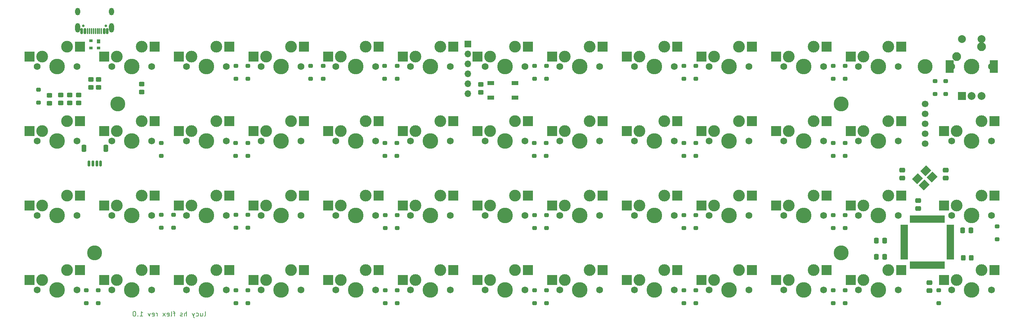
<source format=gbs>
G04 #@! TF.GenerationSoftware,KiCad,Pcbnew,(6.0.5-0)*
G04 #@! TF.CreationDate,2022-06-11T09:38:02-05:00*
G04 #@! TF.ProjectId,pcb,7063622e-6b69-4636-9164-5f7063625858,rev?*
G04 #@! TF.SameCoordinates,Original*
G04 #@! TF.FileFunction,Soldermask,Bot*
G04 #@! TF.FilePolarity,Negative*
%FSLAX46Y46*%
G04 Gerber Fmt 4.6, Leading zero omitted, Abs format (unit mm)*
G04 Created by KiCad (PCBNEW (6.0.5-0)) date 2022-06-11 09:38:02*
%MOMM*%
%LPD*%
G01*
G04 APERTURE LIST*
G04 Aperture macros list*
%AMRoundRect*
0 Rectangle with rounded corners*
0 $1 Rounding radius*
0 $2 $3 $4 $5 $6 $7 $8 $9 X,Y pos of 4 corners*
0 Add a 4 corners polygon primitive as box body*
4,1,4,$2,$3,$4,$5,$6,$7,$8,$9,$2,$3,0*
0 Add four circle primitives for the rounded corners*
1,1,$1+$1,$2,$3*
1,1,$1+$1,$4,$5*
1,1,$1+$1,$6,$7*
1,1,$1+$1,$8,$9*
0 Add four rect primitives between the rounded corners*
20,1,$1+$1,$2,$3,$4,$5,0*
20,1,$1+$1,$4,$5,$6,$7,0*
20,1,$1+$1,$6,$7,$8,$9,0*
20,1,$1+$1,$8,$9,$2,$3,0*%
%AMRotRect*
0 Rectangle, with rotation*
0 The origin of the aperture is its center*
0 $1 length*
0 $2 width*
0 $3 Rotation angle, in degrees counterclockwise*
0 Add horizontal line*
21,1,$1,$2,0,0,$3*%
G04 Aperture macros list end*
%ADD10C,0.200000*%
%ADD11C,3.000000*%
%ADD12C,1.750000*%
%ADD13C,3.987800*%
%ADD14R,2.550000X2.500000*%
%ADD15R,2.000000X2.000000*%
%ADD16C,2.000000*%
%ADD17R,2.000000X3.200000*%
%ADD18C,3.800000*%
%ADD19C,2.250000*%
%ADD20RoundRect,0.250000X-0.475000X0.337500X-0.475000X-0.337500X0.475000X-0.337500X0.475000X0.337500X0*%
%ADD21RoundRect,0.250000X0.350000X-0.250000X0.350000X0.250000X-0.350000X0.250000X-0.350000X-0.250000X0*%
%ADD22O,1.700000X1.700000*%
%ADD23R,1.700000X1.700000*%
%ADD24R,1.800000X1.100000*%
%ADD25RoundRect,0.200000X-0.750000X-0.250000X0.750000X-0.250000X0.750000X0.250000X-0.750000X0.250000X0*%
%ADD26RoundRect,0.200000X-0.250000X-0.750000X0.250000X-0.750000X0.250000X0.750000X-0.250000X0.750000X0*%
%ADD27RoundRect,0.250000X0.475000X-0.337500X0.475000X0.337500X-0.475000X0.337500X-0.475000X-0.337500X0*%
%ADD28RotRect,2.100000X1.800000X45.000000*%
%ADD29RoundRect,0.249999X0.450001X-0.325001X0.450001X0.325001X-0.450001X0.325001X-0.450001X-0.325001X0*%
%ADD30C,0.650000*%
%ADD31RoundRect,0.150000X-0.150000X-0.575000X0.150000X-0.575000X0.150000X0.575000X-0.150000X0.575000X0*%
%ADD32RoundRect,0.075000X-0.075000X-0.650000X0.075000X-0.650000X0.075000X0.650000X-0.075000X0.650000X0*%
%ADD33O,1.300000X2.400000*%
%ADD34O,1.300000X1.900000*%
%ADD35RoundRect,0.249999X-0.450001X0.325001X-0.450001X-0.325001X0.450001X-0.325001X0.450001X0.325001X0*%
%ADD36RoundRect,0.250000X-0.337500X-0.475000X0.337500X-0.475000X0.337500X0.475000X-0.337500X0.475000X0*%
%ADD37RoundRect,0.250000X0.337500X0.475000X-0.337500X0.475000X-0.337500X-0.475000X0.337500X-0.475000X0*%
%ADD38RoundRect,0.249999X0.325001X0.450001X-0.325001X0.450001X-0.325001X-0.450001X0.325001X-0.450001X0*%
%ADD39RoundRect,0.050000X-0.350000X0.500000X-0.350000X-0.500000X0.350000X-0.500000X0.350000X0.500000X0*%
%ADD40RoundRect,0.050000X-0.350000X0.300000X-0.350000X-0.300000X0.350000X-0.300000X0.350000X0.300000X0*%
%ADD41C,1.700000*%
%ADD42RoundRect,0.150000X-0.150000X-0.625000X0.150000X-0.625000X0.150000X0.625000X-0.150000X0.625000X0*%
%ADD43RoundRect,0.250000X-0.350000X-0.650000X0.350000X-0.650000X0.350000X0.650000X-0.350000X0.650000X0*%
G04 APERTURE END LIST*
D10*
X124500737Y-117065476D02*
X124619784Y-117005952D01*
X124679308Y-116886904D01*
X124679308Y-115815476D01*
X123488832Y-116232142D02*
X123488832Y-117065476D01*
X124024546Y-116232142D02*
X124024546Y-116886904D01*
X123965022Y-117005952D01*
X123845975Y-117065476D01*
X123667403Y-117065476D01*
X123548356Y-117005952D01*
X123488832Y-116946428D01*
X122357880Y-117005952D02*
X122476927Y-117065476D01*
X122715022Y-117065476D01*
X122834070Y-117005952D01*
X122893594Y-116946428D01*
X122953118Y-116827380D01*
X122953118Y-116470238D01*
X122893594Y-116351190D01*
X122834070Y-116291666D01*
X122715022Y-116232142D01*
X122476927Y-116232142D01*
X122357880Y-116291666D01*
X121941213Y-116232142D02*
X121643594Y-117065476D01*
X121345975Y-116232142D02*
X121643594Y-117065476D01*
X121762641Y-117363095D01*
X121822165Y-117422619D01*
X121941213Y-117482142D01*
X119917403Y-117065476D02*
X119917403Y-115815476D01*
X119381689Y-117065476D02*
X119381689Y-116410714D01*
X119441213Y-116291666D01*
X119560260Y-116232142D01*
X119738832Y-116232142D01*
X119857880Y-116291666D01*
X119917403Y-116351190D01*
X118845975Y-117005952D02*
X118726927Y-117065476D01*
X118488832Y-117065476D01*
X118369784Y-117005952D01*
X118310260Y-116886904D01*
X118310260Y-116827380D01*
X118369784Y-116708333D01*
X118488832Y-116648809D01*
X118667403Y-116648809D01*
X118786451Y-116589285D01*
X118845975Y-116470238D01*
X118845975Y-116410714D01*
X118786451Y-116291666D01*
X118667403Y-116232142D01*
X118488832Y-116232142D01*
X118369784Y-116291666D01*
X117000737Y-116232142D02*
X116524546Y-116232142D01*
X116822165Y-117065476D02*
X116822165Y-115994047D01*
X116762641Y-115875000D01*
X116643594Y-115815476D01*
X116524546Y-115815476D01*
X115929308Y-117065476D02*
X116048356Y-117005952D01*
X116107880Y-116886904D01*
X116107880Y-115815476D01*
X114976927Y-117005952D02*
X115095975Y-117065476D01*
X115334070Y-117065476D01*
X115453118Y-117005952D01*
X115512641Y-116886904D01*
X115512641Y-116410714D01*
X115453118Y-116291666D01*
X115334070Y-116232142D01*
X115095975Y-116232142D01*
X114976927Y-116291666D01*
X114917403Y-116410714D01*
X114917403Y-116529761D01*
X115512641Y-116648809D01*
X114500737Y-117065476D02*
X113845975Y-116232142D01*
X114500737Y-116232142D02*
X113845975Y-117065476D01*
X112417403Y-117065476D02*
X112417403Y-116232142D01*
X112417403Y-116470238D02*
X112357880Y-116351190D01*
X112298356Y-116291666D01*
X112179308Y-116232142D01*
X112060260Y-116232142D01*
X111167403Y-117005952D02*
X111286451Y-117065476D01*
X111524546Y-117065476D01*
X111643594Y-117005952D01*
X111703118Y-116886904D01*
X111703118Y-116410714D01*
X111643594Y-116291666D01*
X111524546Y-116232142D01*
X111286451Y-116232142D01*
X111167403Y-116291666D01*
X111107880Y-116410714D01*
X111107880Y-116529761D01*
X111703118Y-116648809D01*
X110691213Y-116232142D02*
X110393594Y-117065476D01*
X110095975Y-116232142D01*
X108012641Y-117065476D02*
X108726927Y-117065476D01*
X108369784Y-117065476D02*
X108369784Y-115815476D01*
X108488832Y-115994047D01*
X108607880Y-116113095D01*
X108726927Y-116172619D01*
X107476927Y-116946428D02*
X107417403Y-117005952D01*
X107476927Y-117065476D01*
X107536451Y-117005952D01*
X107476927Y-116946428D01*
X107476927Y-117065476D01*
X106643594Y-115815476D02*
X106524546Y-115815476D01*
X106405499Y-115875000D01*
X106345975Y-115934523D01*
X106286451Y-116053571D01*
X106226927Y-116291666D01*
X106226927Y-116589285D01*
X106286451Y-116827380D01*
X106345975Y-116946428D01*
X106405499Y-117005952D01*
X106524546Y-117065476D01*
X106643594Y-117065476D01*
X106762641Y-117005952D01*
X106822165Y-116946428D01*
X106881689Y-116827380D01*
X106941213Y-116589285D01*
X106941213Y-116291666D01*
X106881689Y-116053571D01*
X106822165Y-115934523D01*
X106762641Y-115875000D01*
X106643594Y-115815476D01*
D11*
X121180225Y-50653950D03*
D12*
X119910225Y-53193950D03*
D13*
X124990225Y-53193950D03*
D11*
X127530225Y-48113950D03*
D12*
X130070225Y-53193950D03*
D14*
X117905225Y-50653950D03*
X130832225Y-48113950D03*
D12*
X206270225Y-53193950D03*
D11*
X203730225Y-48113950D03*
X197380225Y-50653950D03*
D12*
X196110225Y-53193950D03*
D13*
X201190225Y-53193950D03*
D14*
X194105225Y-50653950D03*
X207032225Y-48113950D03*
D12*
X187220225Y-53193950D03*
D11*
X178330225Y-50653950D03*
X184680225Y-48113950D03*
D12*
X177060225Y-53193950D03*
D13*
X182140225Y-53193950D03*
D14*
X175055225Y-50653950D03*
X187982225Y-48113950D03*
D12*
X168170225Y-53193950D03*
D13*
X163090225Y-53193950D03*
D11*
X165630225Y-48113950D03*
X159280225Y-50653950D03*
D12*
X158010225Y-53193950D03*
D14*
X156005225Y-50653950D03*
X168932225Y-48113950D03*
D12*
X81810225Y-53193950D03*
D13*
X86890225Y-53193950D03*
D11*
X83080225Y-50653950D03*
X89430225Y-48113950D03*
D12*
X91970225Y-53193950D03*
D14*
X79805225Y-50653950D03*
X92732225Y-48113950D03*
D12*
X225320225Y-53193950D03*
D11*
X222780225Y-48113950D03*
D13*
X220240225Y-53193950D03*
D12*
X215160225Y-53193950D03*
D11*
X216430225Y-50653950D03*
D14*
X213155225Y-50653950D03*
X226082225Y-48113950D03*
D12*
X244370225Y-53193950D03*
D11*
X235480225Y-50653950D03*
X241830225Y-48113950D03*
D12*
X234210225Y-53193950D03*
D13*
X239290225Y-53193950D03*
D14*
X232205225Y-50653950D03*
X245132225Y-48113950D03*
D12*
X91970225Y-72243950D03*
D13*
X86890225Y-72243950D03*
D11*
X83080225Y-69703950D03*
D12*
X81810225Y-72243950D03*
D11*
X89430225Y-67163950D03*
D14*
X79805225Y-69703950D03*
X92732225Y-67163950D03*
D12*
X111020225Y-72243950D03*
D11*
X102130225Y-69703950D03*
D12*
X100860225Y-72243950D03*
D11*
X108480225Y-67163950D03*
D13*
X105940225Y-72243950D03*
D14*
X98855225Y-69703950D03*
X111782225Y-67163950D03*
D13*
X144045399Y-72243950D03*
D11*
X146585399Y-67163950D03*
D12*
X138965399Y-72243950D03*
X149125399Y-72243950D03*
D11*
X140235399Y-69703950D03*
D14*
X136960399Y-69703950D03*
X149887399Y-67163950D03*
D11*
X273580225Y-50653950D03*
D13*
X277390225Y-53193950D03*
D11*
X279930225Y-48113950D03*
D12*
X272310225Y-53193950D03*
X282470225Y-53193950D03*
D14*
X270305225Y-50653950D03*
X283232225Y-48113950D03*
D11*
X165630225Y-67163950D03*
X159280225Y-69703950D03*
D12*
X168170225Y-72243950D03*
X158010225Y-72243950D03*
D13*
X163090225Y-72243950D03*
D14*
X156005225Y-69703950D03*
X168932225Y-67163950D03*
D12*
X187220225Y-72243950D03*
D13*
X182140225Y-72243950D03*
D12*
X177060225Y-72243950D03*
D11*
X184680225Y-67163950D03*
X178330225Y-69703950D03*
D14*
X175055225Y-69703950D03*
X187982225Y-67163950D03*
D12*
X196110225Y-72243950D03*
D13*
X201190225Y-72243950D03*
D11*
X203730225Y-67163950D03*
D12*
X206270225Y-72243950D03*
D11*
X197380225Y-69703950D03*
D14*
X194105225Y-69703950D03*
X207032225Y-67163950D03*
D12*
X111020225Y-110343950D03*
D13*
X105940225Y-110343950D03*
D12*
X100860225Y-110343950D03*
D11*
X108480225Y-105263950D03*
X102130225Y-107803950D03*
D14*
X98855225Y-107803950D03*
X111782225Y-105263950D03*
D12*
X119910225Y-110343950D03*
D11*
X127530225Y-105263950D03*
D12*
X130070225Y-110343950D03*
D13*
X124990225Y-110343950D03*
D11*
X121180225Y-107803950D03*
D14*
X117905225Y-107803950D03*
X130832225Y-105263950D03*
D11*
X140230225Y-107803950D03*
X146580225Y-105263950D03*
D13*
X144040225Y-110343950D03*
D12*
X149120225Y-110343950D03*
X138960225Y-110343950D03*
D14*
X136955225Y-107803950D03*
X149882225Y-105263950D03*
D11*
X159280225Y-107803950D03*
D12*
X168170225Y-110343950D03*
D11*
X165630225Y-105263950D03*
D12*
X158010225Y-110343950D03*
D13*
X163090225Y-110343950D03*
D14*
X156005225Y-107803950D03*
X168932225Y-105263950D03*
D13*
X182140225Y-110343950D03*
D12*
X187220225Y-110343950D03*
D11*
X178330225Y-107803950D03*
X184680225Y-105263950D03*
D12*
X177060225Y-110343950D03*
D14*
X175055225Y-107803950D03*
X187982225Y-105263950D03*
D13*
X220240225Y-110343950D03*
D12*
X225320225Y-110343950D03*
D11*
X222780225Y-105263950D03*
D12*
X215160225Y-110343950D03*
D11*
X216430225Y-107803950D03*
D14*
X213155225Y-107803950D03*
X226082225Y-105263950D03*
D11*
X241830225Y-105263950D03*
X235480225Y-107803950D03*
D12*
X244370225Y-110343950D03*
X234210225Y-110343950D03*
D13*
X239290225Y-110343950D03*
D14*
X232205225Y-107803950D03*
X245132225Y-105263950D03*
D12*
X253260225Y-110343950D03*
D11*
X254530225Y-107803950D03*
X260880225Y-105263950D03*
D12*
X263420225Y-110343950D03*
D13*
X258340225Y-110343950D03*
D14*
X251255225Y-107803950D03*
X264182225Y-105263950D03*
D11*
X279930225Y-105263950D03*
D13*
X277390225Y-110343950D03*
D12*
X282470225Y-110343950D03*
X272310225Y-110343950D03*
D11*
X273580225Y-107803950D03*
D14*
X270305225Y-107803950D03*
X283232225Y-105263950D03*
D12*
X196110225Y-110343950D03*
X206270225Y-110343950D03*
D11*
X203730225Y-105263950D03*
D13*
X201190225Y-110343950D03*
D11*
X197380225Y-107803950D03*
D14*
X194105225Y-107803950D03*
X207032225Y-105263950D03*
D11*
X279930225Y-86213950D03*
D13*
X277390225Y-91293950D03*
D11*
X273580225Y-88753950D03*
D12*
X272310225Y-91293950D03*
X282470225Y-91293950D03*
D14*
X270305225Y-88753950D03*
X283232225Y-86213950D03*
D12*
X253260225Y-91293950D03*
D11*
X260880225Y-86213950D03*
D13*
X258340225Y-91293950D03*
D11*
X254530225Y-88753950D03*
D12*
X263420225Y-91293950D03*
D14*
X251255225Y-88753950D03*
X264182225Y-86213950D03*
D11*
X216430225Y-88753950D03*
D12*
X215160225Y-91293950D03*
D11*
X222780225Y-86213950D03*
D12*
X225320225Y-91293950D03*
D13*
X220240225Y-91293950D03*
D14*
X213155225Y-88753950D03*
X226082225Y-86213950D03*
D12*
X187220225Y-91293950D03*
X177060225Y-91293950D03*
D13*
X182140225Y-91293950D03*
D11*
X184680225Y-86213950D03*
X178330225Y-88753950D03*
D14*
X175055225Y-88753950D03*
X187982225Y-86213950D03*
D12*
X138960225Y-91293950D03*
D11*
X146580225Y-86213950D03*
D12*
X149120225Y-91293950D03*
D13*
X144040225Y-91293950D03*
D11*
X140230225Y-88753950D03*
D14*
X136955225Y-88753950D03*
X149882225Y-86213950D03*
D11*
X83080225Y-88753950D03*
X89430225Y-86213950D03*
D12*
X91970225Y-91293950D03*
X81810225Y-91293950D03*
D13*
X86890225Y-91293950D03*
D14*
X79805225Y-88753950D03*
X92732225Y-86213950D03*
D12*
X158010225Y-91293950D03*
D11*
X159280225Y-88753950D03*
X165630225Y-86213950D03*
D12*
X168170225Y-91293950D03*
D13*
X163090225Y-91293950D03*
D14*
X156005225Y-88753950D03*
X168932225Y-86213950D03*
D11*
X298980225Y-67163950D03*
D12*
X301520225Y-72243950D03*
D11*
X292630225Y-69703950D03*
D12*
X291360225Y-72243950D03*
D13*
X296440225Y-72243950D03*
D14*
X289355225Y-69703950D03*
X302282225Y-67163950D03*
D11*
X127530225Y-86213950D03*
D12*
X130070225Y-91293950D03*
D11*
X121180225Y-88753950D03*
D12*
X119910225Y-91293950D03*
D13*
X124990225Y-91293950D03*
D14*
X117905225Y-88753950D03*
X130832225Y-86213950D03*
D13*
X105940225Y-91293950D03*
D12*
X111020225Y-91293950D03*
D11*
X108480225Y-86213950D03*
X102130225Y-88753950D03*
D12*
X100860225Y-91293950D03*
D14*
X98855225Y-88753950D03*
X111782225Y-86213950D03*
D12*
X263420225Y-72243950D03*
D11*
X260880225Y-67163950D03*
D13*
X258340225Y-72243950D03*
D11*
X254530225Y-69703950D03*
D12*
X253260225Y-72243950D03*
D14*
X251255225Y-69703950D03*
X264182225Y-67163950D03*
D12*
X234210225Y-72243950D03*
D11*
X241830225Y-67163950D03*
D13*
X239290225Y-72243950D03*
D11*
X235480225Y-69703950D03*
D12*
X244370225Y-72243950D03*
D14*
X232205225Y-69703950D03*
X245132225Y-67163950D03*
D11*
X273580225Y-69703950D03*
D13*
X277390225Y-72243950D03*
D12*
X282470225Y-72243950D03*
D11*
X279930225Y-67163950D03*
D12*
X272310225Y-72243950D03*
D14*
X270305225Y-69703950D03*
X283232225Y-67163950D03*
D11*
X298980225Y-105263950D03*
D12*
X291360225Y-110343950D03*
D13*
X296440225Y-110343950D03*
D12*
X301520225Y-110343950D03*
D11*
X292630225Y-107803950D03*
D14*
X289355225Y-107803950D03*
X302282225Y-105263950D03*
D11*
X298980225Y-86213950D03*
X292630225Y-88753950D03*
D13*
X296440225Y-91293950D03*
D12*
X301520225Y-91293950D03*
X291360225Y-91293950D03*
D14*
X289355225Y-88753950D03*
X302282225Y-86213950D03*
D11*
X292630225Y-50653950D03*
D13*
X296440225Y-53193950D03*
D12*
X301520225Y-53193950D03*
X291360225Y-53193950D03*
D11*
X298980225Y-48113950D03*
D14*
X289355225Y-50653950D03*
X302282225Y-48113950D03*
D15*
X317752725Y-60693950D03*
D16*
X322752725Y-60693950D03*
X320252725Y-60693950D03*
D17*
X314652725Y-53193950D03*
X325852725Y-53193950D03*
D16*
X322752725Y-46193950D03*
X317752725Y-46193950D03*
D11*
X108480225Y-48113950D03*
X102130225Y-50653950D03*
D12*
X111020225Y-53193950D03*
X100860225Y-53193950D03*
D13*
X105940225Y-53193950D03*
D14*
X98855225Y-50653950D03*
X111782225Y-48113950D03*
D13*
X144040225Y-53193950D03*
D12*
X149120225Y-53193950D03*
D11*
X140230225Y-50653950D03*
D12*
X138960225Y-53193950D03*
D11*
X146580225Y-48113950D03*
D14*
X136955225Y-50653950D03*
X149882225Y-48113950D03*
D13*
X320252785Y-110344230D03*
D11*
X322792785Y-105264230D03*
D12*
X315172785Y-110344230D03*
X325332785Y-110344230D03*
D11*
X316442785Y-107804230D03*
D14*
X313167785Y-107804230D03*
X326094785Y-105264230D03*
D12*
X315172785Y-72244070D03*
D11*
X316442785Y-69704070D03*
X322792785Y-67164070D03*
D12*
X325332785Y-72244070D03*
D13*
X320252785Y-72244070D03*
D14*
X313167785Y-69704070D03*
X326094785Y-67164070D03*
D11*
X316442785Y-88754150D03*
X322792785Y-86214150D03*
D12*
X325332785Y-91294150D03*
D13*
X320252785Y-91294150D03*
D12*
X315172785Y-91294150D03*
D14*
X313167785Y-88754150D03*
X326094785Y-86214150D03*
D13*
X201190225Y-91293950D03*
D11*
X203730225Y-86213950D03*
D12*
X206270225Y-91293950D03*
X196110225Y-91293950D03*
D11*
X197380225Y-88753950D03*
D14*
X194105225Y-88753950D03*
X207032225Y-86213950D03*
D11*
X241830225Y-86213950D03*
D12*
X244370225Y-91293950D03*
D13*
X239290225Y-91293950D03*
D12*
X234210225Y-91293950D03*
D11*
X235480225Y-88753950D03*
D14*
X232205225Y-88753950D03*
X245132225Y-86213950D03*
D12*
X91970225Y-110343950D03*
D11*
X89430225Y-105263950D03*
D12*
X81810225Y-110343950D03*
D11*
X83080225Y-107803950D03*
D13*
X86890225Y-110343950D03*
D14*
X79805225Y-107803950D03*
X92732225Y-105263950D03*
D11*
X254530225Y-50653950D03*
X260880225Y-48113950D03*
D12*
X253260225Y-53193950D03*
D13*
X258340225Y-53193950D03*
D12*
X263420225Y-53193950D03*
D14*
X251255225Y-50653950D03*
X264182225Y-48113950D03*
D11*
X121180225Y-69703950D03*
X127530225Y-67163950D03*
D12*
X119910225Y-72243950D03*
D13*
X124990225Y-72243950D03*
D12*
X130070225Y-72243950D03*
D14*
X117905225Y-69703950D03*
X130832225Y-67163950D03*
D12*
X215160225Y-72243950D03*
D13*
X220240225Y-72243950D03*
D11*
X222780225Y-67163950D03*
D12*
X225320225Y-72243950D03*
D11*
X216430225Y-69703950D03*
D14*
X213155225Y-69703950D03*
X226082225Y-67163950D03*
D18*
X308346661Y-53193950D03*
X286915393Y-62718958D03*
X286915393Y-100818990D03*
X96415233Y-100818990D03*
X102368363Y-62718958D03*
D12*
X325332725Y-53193950D03*
D13*
X320252725Y-53193950D03*
D12*
X315172725Y-53193950D03*
D19*
X316442725Y-50653950D03*
X322792725Y-48113950D03*
D20*
X309490225Y-108456450D03*
X309490225Y-110531450D03*
D21*
X116590225Y-94443950D03*
X116590225Y-91143950D03*
X208590225Y-76043950D03*
X208590225Y-72743950D03*
X170490225Y-76043950D03*
X170490225Y-72743950D03*
X135581415Y-76043950D03*
X135581415Y-72743950D03*
X113490225Y-76043950D03*
X113490225Y-72743950D03*
X284890625Y-56306250D03*
X284890625Y-53006250D03*
X249881415Y-56306250D03*
X249881415Y-53006250D03*
X211781415Y-56306250D03*
X211781415Y-53006250D03*
X208681415Y-56306250D03*
X208681415Y-53006250D03*
X173651789Y-56333377D03*
X173651789Y-53033377D03*
X170476789Y-56333377D03*
X170476789Y-53033377D03*
X154751789Y-56306250D03*
X154751789Y-53006250D03*
X287990625Y-113750000D03*
X287990625Y-110450000D03*
X284890625Y-113750000D03*
X284890625Y-110450000D03*
X249890625Y-113713123D03*
X249890625Y-110413123D03*
X246790625Y-113706250D03*
X246790625Y-110406250D03*
X211783999Y-113706250D03*
X211783999Y-110406250D03*
X208700000Y-113706250D03*
X208700000Y-110406250D03*
X211790625Y-94506250D03*
X211790625Y-91206250D03*
X284890625Y-76043950D03*
X284890625Y-72743950D03*
X208690625Y-94506250D03*
X208690625Y-91206250D03*
X170585999Y-94506250D03*
X170585999Y-91206250D03*
X132490225Y-94443950D03*
X132490225Y-91143950D03*
X287990625Y-76043950D03*
X287990625Y-72743950D03*
X284890625Y-94506250D03*
X284890625Y-91206250D03*
X249890625Y-94506250D03*
X249890625Y-91206250D03*
X246790625Y-94506250D03*
X246790625Y-91206250D03*
X173690625Y-113706250D03*
X173690625Y-110406250D03*
X151576789Y-56306250D03*
X151576789Y-53006250D03*
X211690225Y-76043950D03*
X211690225Y-72743950D03*
D22*
X191665313Y-60143950D03*
X191665313Y-49983950D03*
X191665313Y-55063950D03*
X191665313Y-57603950D03*
X191665313Y-52523950D03*
D23*
X191665313Y-47443950D03*
D21*
X287990625Y-56306250D03*
X287990625Y-53006250D03*
X311790625Y-113750000D03*
X311790625Y-110450000D03*
X313590225Y-60243950D03*
X313590225Y-56943950D03*
X326690225Y-97343950D03*
X326690225Y-94043950D03*
D24*
X203690225Y-57443950D03*
X197490225Y-61143950D03*
X203690225Y-61143950D03*
X197490225Y-57443950D03*
D25*
X302990225Y-102093950D03*
X302990225Y-101293950D03*
X302990225Y-100493950D03*
X302990225Y-99693950D03*
X302990225Y-98893950D03*
X302990225Y-98093950D03*
X302990225Y-97293950D03*
X302990225Y-96493950D03*
X302990225Y-95693950D03*
X302990225Y-94893950D03*
X302990225Y-94093950D03*
D26*
X304890225Y-92193950D03*
X305690225Y-92193950D03*
X306490225Y-92193950D03*
X307290225Y-92193950D03*
X308090225Y-92193950D03*
X308890225Y-92193950D03*
X309690225Y-92193950D03*
X310490225Y-92193950D03*
X311290225Y-92193950D03*
X312090225Y-92193950D03*
X312890225Y-92193950D03*
D25*
X314790225Y-94093950D03*
X314790225Y-94893950D03*
X314790225Y-95693950D03*
X314790225Y-96493950D03*
X314790225Y-97293950D03*
X314790225Y-98093950D03*
X314790225Y-98893950D03*
X314790225Y-99693950D03*
X314790225Y-100493950D03*
X314790225Y-101293950D03*
X314790225Y-102093950D03*
D26*
X312890225Y-103993950D03*
X312090225Y-103993950D03*
X311290225Y-103993950D03*
X310490225Y-103993950D03*
X309690225Y-103993950D03*
X308890225Y-103993950D03*
X308090225Y-103993950D03*
X307290225Y-103993950D03*
X306490225Y-103993950D03*
X305690225Y-103993950D03*
X304890225Y-103993950D03*
D27*
X306590225Y-89531450D03*
X306590225Y-87456450D03*
X313590225Y-81731450D03*
X313590225Y-79656450D03*
X302490225Y-81731450D03*
X302490225Y-79656450D03*
D28*
X306451747Y-81906082D03*
X308502357Y-79855472D03*
X310128703Y-81481818D03*
X308078093Y-83532428D03*
D29*
X92390225Y-62518950D03*
X92390225Y-60468950D03*
D30*
X93525217Y-42765450D03*
X99305217Y-42765450D03*
D31*
X93165217Y-44091450D03*
X93965217Y-44091450D03*
D32*
X95165217Y-44091450D03*
X96161217Y-44091450D03*
X96665217Y-44091450D03*
X97665217Y-44091450D03*
D31*
X99665217Y-44091450D03*
X98865217Y-44091450D03*
D32*
X98165217Y-44091450D03*
X97165217Y-44091450D03*
X95665217Y-44091450D03*
X94665217Y-44091450D03*
D33*
X100715217Y-43316450D03*
D34*
X100715217Y-39116450D03*
X92115217Y-39116450D03*
D33*
X92115217Y-43316450D03*
D29*
X97490625Y-58518950D03*
X97490625Y-56468950D03*
X84940225Y-62568950D03*
X84940225Y-60518950D03*
D35*
X90090225Y-60468950D03*
X90090225Y-62518950D03*
D29*
X87790225Y-62518950D03*
X87790225Y-60468950D03*
D21*
X135590625Y-113706250D03*
X135590625Y-110406250D03*
X132490625Y-113713123D03*
X132490625Y-110413123D03*
D36*
X317952725Y-95093950D03*
X320027725Y-95093950D03*
D29*
X95490625Y-58518950D03*
X95490625Y-56468950D03*
D37*
X298027725Y-101893950D03*
X295952725Y-101893950D03*
X298027725Y-97693950D03*
X295952725Y-97693950D03*
D38*
X320115225Y-102093950D03*
X318065225Y-102093950D03*
D21*
X82090225Y-62443950D03*
X82090225Y-59143950D03*
X94290225Y-113743950D03*
X94290225Y-110443950D03*
X97390225Y-113743950D03*
X97390225Y-110443950D03*
X170590625Y-113706250D03*
X170590625Y-110406250D03*
X135590225Y-94443950D03*
X135590225Y-91143950D03*
X173650000Y-94506250D03*
X173650000Y-91206250D03*
X287990625Y-94506250D03*
X287990625Y-91206250D03*
X113490225Y-94443950D03*
X113490225Y-91143950D03*
X135581415Y-56306250D03*
X135581415Y-53006250D03*
X310890225Y-60243950D03*
X310890225Y-56943950D03*
X246781415Y-56306250D03*
X246781415Y-53006250D03*
X132490625Y-56299950D03*
X132490625Y-52999950D03*
D29*
X194990225Y-59818950D03*
X194990225Y-57768950D03*
D21*
X249881415Y-76043950D03*
X249881415Y-72743950D03*
X246781415Y-76043950D03*
X246781415Y-72743950D03*
X173590225Y-76043950D03*
X173590225Y-72743950D03*
X132431415Y-76043950D03*
X132431415Y-72743950D03*
D29*
X108465225Y-59693950D03*
X108465225Y-57643950D03*
D39*
X97490625Y-46743950D03*
D40*
X97490625Y-48443950D03*
X95490625Y-48443950D03*
X95490625Y-46543950D03*
D41*
X308390225Y-67843950D03*
X308390225Y-70383950D03*
X308390225Y-72923950D03*
X308390225Y-65303950D03*
X308390225Y-62763950D03*
D42*
X94990225Y-77993950D03*
X95990225Y-77993950D03*
X96990225Y-77993950D03*
X97990225Y-77993950D03*
D43*
X99290225Y-74118950D03*
X93690225Y-74118950D03*
M02*

</source>
